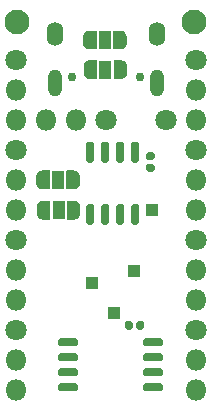
<source format=gbr>
%TF.GenerationSoftware,KiCad,Pcbnew,(5.1.6-0-10_14)*%
%TF.CreationDate,2022-02-25T19:50:12-06:00*%
%TF.ProjectId,Bonsai_C4,426f6e73-6169-45f4-9334-2e6b69636164,rev?*%
%TF.SameCoordinates,Original*%
%TF.FileFunction,Soldermask,Bot*%
%TF.FilePolarity,Negative*%
%FSLAX46Y46*%
G04 Gerber Fmt 4.6, Leading zero omitted, Abs format (unit mm)*
G04 Created by KiCad (PCBNEW (5.1.6-0-10_14)) date 2022-02-25 19:50:12*
%MOMM*%
%LPD*%
G01*
G04 APERTURE LIST*
%ADD10C,1.800000*%
%ADD11O,1.800000X1.800000*%
%ADD12C,0.100000*%
%ADD13R,1.100000X1.600000*%
%ADD14R,1.100000X1.100000*%
%ADD15O,1.200000X2.300000*%
%ADD16O,1.400000X2.000000*%
%ADD17C,0.750000*%
%ADD18C,2.100000*%
G04 APERTURE END LIST*
%TO.C,C13*%
G36*
G01*
X111172500Y-108810000D02*
X111567500Y-108810000D01*
G75*
G02*
X111740000Y-108982500I0J-172500D01*
G01*
X111740000Y-109327500D01*
G75*
G02*
X111567500Y-109500000I-172500J0D01*
G01*
X111172500Y-109500000D01*
G75*
G02*
X111000000Y-109327500I0J172500D01*
G01*
X111000000Y-108982500D01*
G75*
G02*
X111172500Y-108810000I172500J0D01*
G01*
G37*
G36*
G01*
X111172500Y-107840000D02*
X111567500Y-107840000D01*
G75*
G02*
X111740000Y-108012500I0J-172500D01*
G01*
X111740000Y-108357500D01*
G75*
G02*
X111567500Y-108530000I-172500J0D01*
G01*
X111172500Y-108530000D01*
G75*
G02*
X111000000Y-108357500I0J172500D01*
G01*
X111000000Y-108012500D01*
G75*
G02*
X111172500Y-107840000I172500J0D01*
G01*
G37*
%TD*%
D10*
%TO.C,J4*%
X100000000Y-100000000D03*
D11*
X100000000Y-102540000D03*
X100000000Y-105080000D03*
X100000000Y-112700000D03*
X100000000Y-110160000D03*
D10*
X100000000Y-107620000D03*
X100000000Y-122860000D03*
D11*
X100000000Y-117780000D03*
D10*
X100000000Y-115240000D03*
D11*
X100000000Y-125400000D03*
X100000000Y-127940000D03*
X100000000Y-120320000D03*
%TD*%
D10*
%TO.C,J5*%
X115240000Y-100000000D03*
D11*
X115240000Y-102540000D03*
X115240000Y-105080000D03*
X115240000Y-112700000D03*
X115240000Y-110160000D03*
D10*
X115240000Y-107620000D03*
X115240000Y-122860000D03*
D11*
X115240000Y-117780000D03*
D10*
X115240000Y-115240000D03*
D11*
X115240000Y-125400000D03*
X115240000Y-127940000D03*
X115240000Y-120320000D03*
%TD*%
%TO.C,J1*%
X102540000Y-105080000D03*
X105080000Y-105080000D03*
D10*
X107620000Y-105080000D03*
%TD*%
%TO.C,J2*%
X112680000Y-105120000D03*
%TD*%
D12*
%TO.C,JP4*%
G36*
X102869755Y-111950961D02*
G01*
X102879134Y-111953806D01*
X102887779Y-111958427D01*
X102895355Y-111964645D01*
X102901573Y-111972221D01*
X102906194Y-111980866D01*
X102909039Y-111990245D01*
X102910000Y-112000000D01*
X102910000Y-113500000D01*
X102909039Y-113509755D01*
X102906194Y-113519134D01*
X102901573Y-113527779D01*
X102895355Y-113535355D01*
X102887779Y-113541573D01*
X102879134Y-113546194D01*
X102869755Y-113549039D01*
X102860000Y-113550000D01*
X102310000Y-113550000D01*
X102303889Y-113549398D01*
X102285466Y-113549398D01*
X102280565Y-113549157D01*
X102231734Y-113544347D01*
X102226881Y-113543627D01*
X102178756Y-113534055D01*
X102173995Y-113532863D01*
X102127040Y-113518619D01*
X102122421Y-113516966D01*
X102077088Y-113498189D01*
X102072651Y-113496091D01*
X102029378Y-113472960D01*
X102025171Y-113470438D01*
X101984372Y-113443178D01*
X101980430Y-113440254D01*
X101942501Y-113409126D01*
X101938866Y-113405831D01*
X101904169Y-113371134D01*
X101900874Y-113367499D01*
X101869746Y-113329570D01*
X101866822Y-113325628D01*
X101839562Y-113284829D01*
X101837040Y-113280622D01*
X101813909Y-113237349D01*
X101811811Y-113232912D01*
X101793034Y-113187579D01*
X101791381Y-113182960D01*
X101777137Y-113136005D01*
X101775945Y-113131244D01*
X101766373Y-113083119D01*
X101765653Y-113078266D01*
X101760843Y-113029435D01*
X101760602Y-113024534D01*
X101760602Y-113006111D01*
X101760000Y-113000000D01*
X101760000Y-112500000D01*
X101760602Y-112493889D01*
X101760602Y-112475466D01*
X101760843Y-112470565D01*
X101765653Y-112421734D01*
X101766373Y-112416881D01*
X101775945Y-112368756D01*
X101777137Y-112363995D01*
X101791381Y-112317040D01*
X101793034Y-112312421D01*
X101811811Y-112267088D01*
X101813909Y-112262651D01*
X101837040Y-112219378D01*
X101839562Y-112215171D01*
X101866822Y-112174372D01*
X101869746Y-112170430D01*
X101900874Y-112132501D01*
X101904169Y-112128866D01*
X101938866Y-112094169D01*
X101942501Y-112090874D01*
X101980430Y-112059746D01*
X101984372Y-112056822D01*
X102025171Y-112029562D01*
X102029378Y-112027040D01*
X102072651Y-112003909D01*
X102077088Y-112001811D01*
X102122421Y-111983034D01*
X102127040Y-111981381D01*
X102173995Y-111967137D01*
X102178756Y-111965945D01*
X102226881Y-111956373D01*
X102231734Y-111955653D01*
X102280565Y-111950843D01*
X102285466Y-111950602D01*
X102303889Y-111950602D01*
X102310000Y-111950000D01*
X102860000Y-111950000D01*
X102869755Y-111950961D01*
G37*
D13*
X103610000Y-112750000D03*
D12*
G36*
X104916111Y-111950602D02*
G01*
X104934534Y-111950602D01*
X104939435Y-111950843D01*
X104988266Y-111955653D01*
X104993119Y-111956373D01*
X105041244Y-111965945D01*
X105046005Y-111967137D01*
X105092960Y-111981381D01*
X105097579Y-111983034D01*
X105142912Y-112001811D01*
X105147349Y-112003909D01*
X105190622Y-112027040D01*
X105194829Y-112029562D01*
X105235628Y-112056822D01*
X105239570Y-112059746D01*
X105277499Y-112090874D01*
X105281134Y-112094169D01*
X105315831Y-112128866D01*
X105319126Y-112132501D01*
X105350254Y-112170430D01*
X105353178Y-112174372D01*
X105380438Y-112215171D01*
X105382960Y-112219378D01*
X105406091Y-112262651D01*
X105408189Y-112267088D01*
X105426966Y-112312421D01*
X105428619Y-112317040D01*
X105442863Y-112363995D01*
X105444055Y-112368756D01*
X105453627Y-112416881D01*
X105454347Y-112421734D01*
X105459157Y-112470565D01*
X105459398Y-112475466D01*
X105459398Y-112493889D01*
X105460000Y-112500000D01*
X105460000Y-113000000D01*
X105459398Y-113006111D01*
X105459398Y-113024534D01*
X105459157Y-113029435D01*
X105454347Y-113078266D01*
X105453627Y-113083119D01*
X105444055Y-113131244D01*
X105442863Y-113136005D01*
X105428619Y-113182960D01*
X105426966Y-113187579D01*
X105408189Y-113232912D01*
X105406091Y-113237349D01*
X105382960Y-113280622D01*
X105380438Y-113284829D01*
X105353178Y-113325628D01*
X105350254Y-113329570D01*
X105319126Y-113367499D01*
X105315831Y-113371134D01*
X105281134Y-113405831D01*
X105277499Y-113409126D01*
X105239570Y-113440254D01*
X105235628Y-113443178D01*
X105194829Y-113470438D01*
X105190622Y-113472960D01*
X105147349Y-113496091D01*
X105142912Y-113498189D01*
X105097579Y-113516966D01*
X105092960Y-113518619D01*
X105046005Y-113532863D01*
X105041244Y-113534055D01*
X104993119Y-113543627D01*
X104988266Y-113544347D01*
X104939435Y-113549157D01*
X104934534Y-113549398D01*
X104916111Y-113549398D01*
X104910000Y-113550000D01*
X104360000Y-113550000D01*
X104350245Y-113549039D01*
X104340866Y-113546194D01*
X104332221Y-113541573D01*
X104324645Y-113535355D01*
X104318427Y-113527779D01*
X104313806Y-113519134D01*
X104310961Y-113509755D01*
X104310000Y-113500000D01*
X104310000Y-112000000D01*
X104310961Y-111990245D01*
X104313806Y-111980866D01*
X104318427Y-111972221D01*
X104324645Y-111964645D01*
X104332221Y-111958427D01*
X104340866Y-111953806D01*
X104350245Y-111950961D01*
X104360000Y-111950000D01*
X104910000Y-111950000D01*
X104916111Y-111950602D01*
G37*
%TD*%
%TO.C,JP3*%
G36*
X102829755Y-109380961D02*
G01*
X102839134Y-109383806D01*
X102847779Y-109388427D01*
X102855355Y-109394645D01*
X102861573Y-109402221D01*
X102866194Y-109410866D01*
X102869039Y-109420245D01*
X102870000Y-109430000D01*
X102870000Y-110930000D01*
X102869039Y-110939755D01*
X102866194Y-110949134D01*
X102861573Y-110957779D01*
X102855355Y-110965355D01*
X102847779Y-110971573D01*
X102839134Y-110976194D01*
X102829755Y-110979039D01*
X102820000Y-110980000D01*
X102270000Y-110980000D01*
X102263889Y-110979398D01*
X102245466Y-110979398D01*
X102240565Y-110979157D01*
X102191734Y-110974347D01*
X102186881Y-110973627D01*
X102138756Y-110964055D01*
X102133995Y-110962863D01*
X102087040Y-110948619D01*
X102082421Y-110946966D01*
X102037088Y-110928189D01*
X102032651Y-110926091D01*
X101989378Y-110902960D01*
X101985171Y-110900438D01*
X101944372Y-110873178D01*
X101940430Y-110870254D01*
X101902501Y-110839126D01*
X101898866Y-110835831D01*
X101864169Y-110801134D01*
X101860874Y-110797499D01*
X101829746Y-110759570D01*
X101826822Y-110755628D01*
X101799562Y-110714829D01*
X101797040Y-110710622D01*
X101773909Y-110667349D01*
X101771811Y-110662912D01*
X101753034Y-110617579D01*
X101751381Y-110612960D01*
X101737137Y-110566005D01*
X101735945Y-110561244D01*
X101726373Y-110513119D01*
X101725653Y-110508266D01*
X101720843Y-110459435D01*
X101720602Y-110454534D01*
X101720602Y-110436111D01*
X101720000Y-110430000D01*
X101720000Y-109930000D01*
X101720602Y-109923889D01*
X101720602Y-109905466D01*
X101720843Y-109900565D01*
X101725653Y-109851734D01*
X101726373Y-109846881D01*
X101735945Y-109798756D01*
X101737137Y-109793995D01*
X101751381Y-109747040D01*
X101753034Y-109742421D01*
X101771811Y-109697088D01*
X101773909Y-109692651D01*
X101797040Y-109649378D01*
X101799562Y-109645171D01*
X101826822Y-109604372D01*
X101829746Y-109600430D01*
X101860874Y-109562501D01*
X101864169Y-109558866D01*
X101898866Y-109524169D01*
X101902501Y-109520874D01*
X101940430Y-109489746D01*
X101944372Y-109486822D01*
X101985171Y-109459562D01*
X101989378Y-109457040D01*
X102032651Y-109433909D01*
X102037088Y-109431811D01*
X102082421Y-109413034D01*
X102087040Y-109411381D01*
X102133995Y-109397137D01*
X102138756Y-109395945D01*
X102186881Y-109386373D01*
X102191734Y-109385653D01*
X102240565Y-109380843D01*
X102245466Y-109380602D01*
X102263889Y-109380602D01*
X102270000Y-109380000D01*
X102820000Y-109380000D01*
X102829755Y-109380961D01*
G37*
D13*
X103570000Y-110180000D03*
D12*
G36*
X104876111Y-109380602D02*
G01*
X104894534Y-109380602D01*
X104899435Y-109380843D01*
X104948266Y-109385653D01*
X104953119Y-109386373D01*
X105001244Y-109395945D01*
X105006005Y-109397137D01*
X105052960Y-109411381D01*
X105057579Y-109413034D01*
X105102912Y-109431811D01*
X105107349Y-109433909D01*
X105150622Y-109457040D01*
X105154829Y-109459562D01*
X105195628Y-109486822D01*
X105199570Y-109489746D01*
X105237499Y-109520874D01*
X105241134Y-109524169D01*
X105275831Y-109558866D01*
X105279126Y-109562501D01*
X105310254Y-109600430D01*
X105313178Y-109604372D01*
X105340438Y-109645171D01*
X105342960Y-109649378D01*
X105366091Y-109692651D01*
X105368189Y-109697088D01*
X105386966Y-109742421D01*
X105388619Y-109747040D01*
X105402863Y-109793995D01*
X105404055Y-109798756D01*
X105413627Y-109846881D01*
X105414347Y-109851734D01*
X105419157Y-109900565D01*
X105419398Y-109905466D01*
X105419398Y-109923889D01*
X105420000Y-109930000D01*
X105420000Y-110430000D01*
X105419398Y-110436111D01*
X105419398Y-110454534D01*
X105419157Y-110459435D01*
X105414347Y-110508266D01*
X105413627Y-110513119D01*
X105404055Y-110561244D01*
X105402863Y-110566005D01*
X105388619Y-110612960D01*
X105386966Y-110617579D01*
X105368189Y-110662912D01*
X105366091Y-110667349D01*
X105342960Y-110710622D01*
X105340438Y-110714829D01*
X105313178Y-110755628D01*
X105310254Y-110759570D01*
X105279126Y-110797499D01*
X105275831Y-110801134D01*
X105241134Y-110835831D01*
X105237499Y-110839126D01*
X105199570Y-110870254D01*
X105195628Y-110873178D01*
X105154829Y-110900438D01*
X105150622Y-110902960D01*
X105107349Y-110926091D01*
X105102912Y-110928189D01*
X105057579Y-110946966D01*
X105052960Y-110948619D01*
X105006005Y-110962863D01*
X105001244Y-110964055D01*
X104953119Y-110973627D01*
X104948266Y-110974347D01*
X104899435Y-110979157D01*
X104894534Y-110979398D01*
X104876111Y-110979398D01*
X104870000Y-110980000D01*
X104320000Y-110980000D01*
X104310245Y-110979039D01*
X104300866Y-110976194D01*
X104292221Y-110971573D01*
X104284645Y-110965355D01*
X104278427Y-110957779D01*
X104273806Y-110949134D01*
X104270961Y-110939755D01*
X104270000Y-110930000D01*
X104270000Y-109430000D01*
X104270961Y-109420245D01*
X104273806Y-109410866D01*
X104278427Y-109402221D01*
X104284645Y-109394645D01*
X104292221Y-109388427D01*
X104300866Y-109383806D01*
X104310245Y-109380961D01*
X104320000Y-109380000D01*
X104870000Y-109380000D01*
X104876111Y-109380602D01*
G37*
%TD*%
D14*
%TO.C,J8*%
X111500000Y-112730000D03*
%TD*%
D15*
%TO.C,J3*%
X103320000Y-102000000D03*
D16*
X103320000Y-97800000D03*
D17*
X104730000Y-101449000D03*
X110510000Y-101449000D03*
D16*
X111920000Y-97800000D03*
D15*
X111920000Y-102000000D03*
%TD*%
D12*
%TO.C,JP1*%
G36*
X106788755Y-97543961D02*
G01*
X106798134Y-97546806D01*
X106806779Y-97551427D01*
X106814355Y-97557645D01*
X106820573Y-97565221D01*
X106825194Y-97573866D01*
X106828039Y-97583245D01*
X106829000Y-97593000D01*
X106829000Y-99093000D01*
X106828039Y-99102755D01*
X106825194Y-99112134D01*
X106820573Y-99120779D01*
X106814355Y-99128355D01*
X106806779Y-99134573D01*
X106798134Y-99139194D01*
X106788755Y-99142039D01*
X106779000Y-99143000D01*
X106229000Y-99143000D01*
X106222889Y-99142398D01*
X106204466Y-99142398D01*
X106199565Y-99142157D01*
X106150734Y-99137347D01*
X106145881Y-99136627D01*
X106097756Y-99127055D01*
X106092995Y-99125863D01*
X106046040Y-99111619D01*
X106041421Y-99109966D01*
X105996088Y-99091189D01*
X105991651Y-99089091D01*
X105948378Y-99065960D01*
X105944171Y-99063438D01*
X105903372Y-99036178D01*
X105899430Y-99033254D01*
X105861501Y-99002126D01*
X105857866Y-98998831D01*
X105823169Y-98964134D01*
X105819874Y-98960499D01*
X105788746Y-98922570D01*
X105785822Y-98918628D01*
X105758562Y-98877829D01*
X105756040Y-98873622D01*
X105732909Y-98830349D01*
X105730811Y-98825912D01*
X105712034Y-98780579D01*
X105710381Y-98775960D01*
X105696137Y-98729005D01*
X105694945Y-98724244D01*
X105685373Y-98676119D01*
X105684653Y-98671266D01*
X105679843Y-98622435D01*
X105679602Y-98617534D01*
X105679602Y-98599111D01*
X105679000Y-98593000D01*
X105679000Y-98093000D01*
X105679602Y-98086889D01*
X105679602Y-98068466D01*
X105679843Y-98063565D01*
X105684653Y-98014734D01*
X105685373Y-98009881D01*
X105694945Y-97961756D01*
X105696137Y-97956995D01*
X105710381Y-97910040D01*
X105712034Y-97905421D01*
X105730811Y-97860088D01*
X105732909Y-97855651D01*
X105756040Y-97812378D01*
X105758562Y-97808171D01*
X105785822Y-97767372D01*
X105788746Y-97763430D01*
X105819874Y-97725501D01*
X105823169Y-97721866D01*
X105857866Y-97687169D01*
X105861501Y-97683874D01*
X105899430Y-97652746D01*
X105903372Y-97649822D01*
X105944171Y-97622562D01*
X105948378Y-97620040D01*
X105991651Y-97596909D01*
X105996088Y-97594811D01*
X106041421Y-97576034D01*
X106046040Y-97574381D01*
X106092995Y-97560137D01*
X106097756Y-97558945D01*
X106145881Y-97549373D01*
X106150734Y-97548653D01*
X106199565Y-97543843D01*
X106204466Y-97543602D01*
X106222889Y-97543602D01*
X106229000Y-97543000D01*
X106779000Y-97543000D01*
X106788755Y-97543961D01*
G37*
D13*
X107529000Y-98343000D03*
D12*
G36*
X108835111Y-97543602D02*
G01*
X108853534Y-97543602D01*
X108858435Y-97543843D01*
X108907266Y-97548653D01*
X108912119Y-97549373D01*
X108960244Y-97558945D01*
X108965005Y-97560137D01*
X109011960Y-97574381D01*
X109016579Y-97576034D01*
X109061912Y-97594811D01*
X109066349Y-97596909D01*
X109109622Y-97620040D01*
X109113829Y-97622562D01*
X109154628Y-97649822D01*
X109158570Y-97652746D01*
X109196499Y-97683874D01*
X109200134Y-97687169D01*
X109234831Y-97721866D01*
X109238126Y-97725501D01*
X109269254Y-97763430D01*
X109272178Y-97767372D01*
X109299438Y-97808171D01*
X109301960Y-97812378D01*
X109325091Y-97855651D01*
X109327189Y-97860088D01*
X109345966Y-97905421D01*
X109347619Y-97910040D01*
X109361863Y-97956995D01*
X109363055Y-97961756D01*
X109372627Y-98009881D01*
X109373347Y-98014734D01*
X109378157Y-98063565D01*
X109378398Y-98068466D01*
X109378398Y-98086889D01*
X109379000Y-98093000D01*
X109379000Y-98593000D01*
X109378398Y-98599111D01*
X109378398Y-98617534D01*
X109378157Y-98622435D01*
X109373347Y-98671266D01*
X109372627Y-98676119D01*
X109363055Y-98724244D01*
X109361863Y-98729005D01*
X109347619Y-98775960D01*
X109345966Y-98780579D01*
X109327189Y-98825912D01*
X109325091Y-98830349D01*
X109301960Y-98873622D01*
X109299438Y-98877829D01*
X109272178Y-98918628D01*
X109269254Y-98922570D01*
X109238126Y-98960499D01*
X109234831Y-98964134D01*
X109200134Y-98998831D01*
X109196499Y-99002126D01*
X109158570Y-99033254D01*
X109154628Y-99036178D01*
X109113829Y-99063438D01*
X109109622Y-99065960D01*
X109066349Y-99089091D01*
X109061912Y-99091189D01*
X109016579Y-99109966D01*
X109011960Y-99111619D01*
X108965005Y-99125863D01*
X108960244Y-99127055D01*
X108912119Y-99136627D01*
X108907266Y-99137347D01*
X108858435Y-99142157D01*
X108853534Y-99142398D01*
X108835111Y-99142398D01*
X108829000Y-99143000D01*
X108279000Y-99143000D01*
X108269245Y-99142039D01*
X108259866Y-99139194D01*
X108251221Y-99134573D01*
X108243645Y-99128355D01*
X108237427Y-99120779D01*
X108232806Y-99112134D01*
X108229961Y-99102755D01*
X108229000Y-99093000D01*
X108229000Y-97593000D01*
X108229961Y-97583245D01*
X108232806Y-97573866D01*
X108237427Y-97565221D01*
X108243645Y-97557645D01*
X108251221Y-97551427D01*
X108259866Y-97546806D01*
X108269245Y-97543961D01*
X108279000Y-97543000D01*
X108829000Y-97543000D01*
X108835111Y-97543602D01*
G37*
%TD*%
%TO.C,JP2*%
G36*
X106832755Y-100053961D02*
G01*
X106842134Y-100056806D01*
X106850779Y-100061427D01*
X106858355Y-100067645D01*
X106864573Y-100075221D01*
X106869194Y-100083866D01*
X106872039Y-100093245D01*
X106873000Y-100103000D01*
X106873000Y-101603000D01*
X106872039Y-101612755D01*
X106869194Y-101622134D01*
X106864573Y-101630779D01*
X106858355Y-101638355D01*
X106850779Y-101644573D01*
X106842134Y-101649194D01*
X106832755Y-101652039D01*
X106823000Y-101653000D01*
X106273000Y-101653000D01*
X106266889Y-101652398D01*
X106248466Y-101652398D01*
X106243565Y-101652157D01*
X106194734Y-101647347D01*
X106189881Y-101646627D01*
X106141756Y-101637055D01*
X106136995Y-101635863D01*
X106090040Y-101621619D01*
X106085421Y-101619966D01*
X106040088Y-101601189D01*
X106035651Y-101599091D01*
X105992378Y-101575960D01*
X105988171Y-101573438D01*
X105947372Y-101546178D01*
X105943430Y-101543254D01*
X105905501Y-101512126D01*
X105901866Y-101508831D01*
X105867169Y-101474134D01*
X105863874Y-101470499D01*
X105832746Y-101432570D01*
X105829822Y-101428628D01*
X105802562Y-101387829D01*
X105800040Y-101383622D01*
X105776909Y-101340349D01*
X105774811Y-101335912D01*
X105756034Y-101290579D01*
X105754381Y-101285960D01*
X105740137Y-101239005D01*
X105738945Y-101234244D01*
X105729373Y-101186119D01*
X105728653Y-101181266D01*
X105723843Y-101132435D01*
X105723602Y-101127534D01*
X105723602Y-101109111D01*
X105723000Y-101103000D01*
X105723000Y-100603000D01*
X105723602Y-100596889D01*
X105723602Y-100578466D01*
X105723843Y-100573565D01*
X105728653Y-100524734D01*
X105729373Y-100519881D01*
X105738945Y-100471756D01*
X105740137Y-100466995D01*
X105754381Y-100420040D01*
X105756034Y-100415421D01*
X105774811Y-100370088D01*
X105776909Y-100365651D01*
X105800040Y-100322378D01*
X105802562Y-100318171D01*
X105829822Y-100277372D01*
X105832746Y-100273430D01*
X105863874Y-100235501D01*
X105867169Y-100231866D01*
X105901866Y-100197169D01*
X105905501Y-100193874D01*
X105943430Y-100162746D01*
X105947372Y-100159822D01*
X105988171Y-100132562D01*
X105992378Y-100130040D01*
X106035651Y-100106909D01*
X106040088Y-100104811D01*
X106085421Y-100086034D01*
X106090040Y-100084381D01*
X106136995Y-100070137D01*
X106141756Y-100068945D01*
X106189881Y-100059373D01*
X106194734Y-100058653D01*
X106243565Y-100053843D01*
X106248466Y-100053602D01*
X106266889Y-100053602D01*
X106273000Y-100053000D01*
X106823000Y-100053000D01*
X106832755Y-100053961D01*
G37*
D13*
X107573000Y-100853000D03*
D12*
G36*
X108879111Y-100053602D02*
G01*
X108897534Y-100053602D01*
X108902435Y-100053843D01*
X108951266Y-100058653D01*
X108956119Y-100059373D01*
X109004244Y-100068945D01*
X109009005Y-100070137D01*
X109055960Y-100084381D01*
X109060579Y-100086034D01*
X109105912Y-100104811D01*
X109110349Y-100106909D01*
X109153622Y-100130040D01*
X109157829Y-100132562D01*
X109198628Y-100159822D01*
X109202570Y-100162746D01*
X109240499Y-100193874D01*
X109244134Y-100197169D01*
X109278831Y-100231866D01*
X109282126Y-100235501D01*
X109313254Y-100273430D01*
X109316178Y-100277372D01*
X109343438Y-100318171D01*
X109345960Y-100322378D01*
X109369091Y-100365651D01*
X109371189Y-100370088D01*
X109389966Y-100415421D01*
X109391619Y-100420040D01*
X109405863Y-100466995D01*
X109407055Y-100471756D01*
X109416627Y-100519881D01*
X109417347Y-100524734D01*
X109422157Y-100573565D01*
X109422398Y-100578466D01*
X109422398Y-100596889D01*
X109423000Y-100603000D01*
X109423000Y-101103000D01*
X109422398Y-101109111D01*
X109422398Y-101127534D01*
X109422157Y-101132435D01*
X109417347Y-101181266D01*
X109416627Y-101186119D01*
X109407055Y-101234244D01*
X109405863Y-101239005D01*
X109391619Y-101285960D01*
X109389966Y-101290579D01*
X109371189Y-101335912D01*
X109369091Y-101340349D01*
X109345960Y-101383622D01*
X109343438Y-101387829D01*
X109316178Y-101428628D01*
X109313254Y-101432570D01*
X109282126Y-101470499D01*
X109278831Y-101474134D01*
X109244134Y-101508831D01*
X109240499Y-101512126D01*
X109202570Y-101543254D01*
X109198628Y-101546178D01*
X109157829Y-101573438D01*
X109153622Y-101575960D01*
X109110349Y-101599091D01*
X109105912Y-101601189D01*
X109060579Y-101619966D01*
X109055960Y-101621619D01*
X109009005Y-101635863D01*
X109004244Y-101637055D01*
X108956119Y-101646627D01*
X108951266Y-101647347D01*
X108902435Y-101652157D01*
X108897534Y-101652398D01*
X108879111Y-101652398D01*
X108873000Y-101653000D01*
X108323000Y-101653000D01*
X108313245Y-101652039D01*
X108303866Y-101649194D01*
X108295221Y-101644573D01*
X108287645Y-101638355D01*
X108281427Y-101630779D01*
X108276806Y-101622134D01*
X108273961Y-101612755D01*
X108273000Y-101603000D01*
X108273000Y-100103000D01*
X108273961Y-100093245D01*
X108276806Y-100083866D01*
X108281427Y-100075221D01*
X108287645Y-100067645D01*
X108295221Y-100061427D01*
X108303866Y-100056806D01*
X108313245Y-100053961D01*
X108323000Y-100053000D01*
X108873000Y-100053000D01*
X108879111Y-100053602D01*
G37*
%TD*%
%TO.C,U7*%
G36*
G01*
X106115000Y-112215000D02*
X106465000Y-112215000D01*
G75*
G02*
X106640000Y-112390000I0J-175000D01*
G01*
X106640000Y-113790000D01*
G75*
G02*
X106465000Y-113965000I-175000J0D01*
G01*
X106115000Y-113965000D01*
G75*
G02*
X105940000Y-113790000I0J175000D01*
G01*
X105940000Y-112390000D01*
G75*
G02*
X106115000Y-112215000I175000J0D01*
G01*
G37*
G36*
G01*
X107385000Y-112215000D02*
X107735000Y-112215000D01*
G75*
G02*
X107910000Y-112390000I0J-175000D01*
G01*
X107910000Y-113790000D01*
G75*
G02*
X107735000Y-113965000I-175000J0D01*
G01*
X107385000Y-113965000D01*
G75*
G02*
X107210000Y-113790000I0J175000D01*
G01*
X107210000Y-112390000D01*
G75*
G02*
X107385000Y-112215000I175000J0D01*
G01*
G37*
G36*
G01*
X108655000Y-112215000D02*
X109005000Y-112215000D01*
G75*
G02*
X109180000Y-112390000I0J-175000D01*
G01*
X109180000Y-113790000D01*
G75*
G02*
X109005000Y-113965000I-175000J0D01*
G01*
X108655000Y-113965000D01*
G75*
G02*
X108480000Y-113790000I0J175000D01*
G01*
X108480000Y-112390000D01*
G75*
G02*
X108655000Y-112215000I175000J0D01*
G01*
G37*
G36*
G01*
X109925000Y-112215000D02*
X110275000Y-112215000D01*
G75*
G02*
X110450000Y-112390000I0J-175000D01*
G01*
X110450000Y-113790000D01*
G75*
G02*
X110275000Y-113965000I-175000J0D01*
G01*
X109925000Y-113965000D01*
G75*
G02*
X109750000Y-113790000I0J175000D01*
G01*
X109750000Y-112390000D01*
G75*
G02*
X109925000Y-112215000I175000J0D01*
G01*
G37*
G36*
G01*
X109925000Y-106965000D02*
X110275000Y-106965000D01*
G75*
G02*
X110450000Y-107140000I0J-175000D01*
G01*
X110450000Y-108540000D01*
G75*
G02*
X110275000Y-108715000I-175000J0D01*
G01*
X109925000Y-108715000D01*
G75*
G02*
X109750000Y-108540000I0J175000D01*
G01*
X109750000Y-107140000D01*
G75*
G02*
X109925000Y-106965000I175000J0D01*
G01*
G37*
G36*
G01*
X108655000Y-106965000D02*
X109005000Y-106965000D01*
G75*
G02*
X109180000Y-107140000I0J-175000D01*
G01*
X109180000Y-108540000D01*
G75*
G02*
X109005000Y-108715000I-175000J0D01*
G01*
X108655000Y-108715000D01*
G75*
G02*
X108480000Y-108540000I0J175000D01*
G01*
X108480000Y-107140000D01*
G75*
G02*
X108655000Y-106965000I175000J0D01*
G01*
G37*
G36*
G01*
X107385000Y-106965000D02*
X107735000Y-106965000D01*
G75*
G02*
X107910000Y-107140000I0J-175000D01*
G01*
X107910000Y-108540000D01*
G75*
G02*
X107735000Y-108715000I-175000J0D01*
G01*
X107385000Y-108715000D01*
G75*
G02*
X107210000Y-108540000I0J175000D01*
G01*
X107210000Y-107140000D01*
G75*
G02*
X107385000Y-106965000I175000J0D01*
G01*
G37*
G36*
G01*
X106115000Y-106965000D02*
X106465000Y-106965000D01*
G75*
G02*
X106640000Y-107140000I0J-175000D01*
G01*
X106640000Y-108540000D01*
G75*
G02*
X106465000Y-108715000I-175000J0D01*
G01*
X106115000Y-108715000D01*
G75*
G02*
X105940000Y-108540000I0J175000D01*
G01*
X105940000Y-107140000D01*
G75*
G02*
X106115000Y-106965000I175000J0D01*
G01*
G37*
%TD*%
%TO.C,U6*%
G36*
G01*
X105260000Y-123750000D02*
X105260000Y-124100000D01*
G75*
G02*
X105085000Y-124275000I-175000J0D01*
G01*
X103735000Y-124275000D01*
G75*
G02*
X103560000Y-124100000I0J175000D01*
G01*
X103560000Y-123750000D01*
G75*
G02*
X103735000Y-123575000I175000J0D01*
G01*
X105085000Y-123575000D01*
G75*
G02*
X105260000Y-123750000I0J-175000D01*
G01*
G37*
G36*
G01*
X105260000Y-125020000D02*
X105260000Y-125370000D01*
G75*
G02*
X105085000Y-125545000I-175000J0D01*
G01*
X103735000Y-125545000D01*
G75*
G02*
X103560000Y-125370000I0J175000D01*
G01*
X103560000Y-125020000D01*
G75*
G02*
X103735000Y-124845000I175000J0D01*
G01*
X105085000Y-124845000D01*
G75*
G02*
X105260000Y-125020000I0J-175000D01*
G01*
G37*
G36*
G01*
X105260000Y-126290000D02*
X105260000Y-126640000D01*
G75*
G02*
X105085000Y-126815000I-175000J0D01*
G01*
X103735000Y-126815000D01*
G75*
G02*
X103560000Y-126640000I0J175000D01*
G01*
X103560000Y-126290000D01*
G75*
G02*
X103735000Y-126115000I175000J0D01*
G01*
X105085000Y-126115000D01*
G75*
G02*
X105260000Y-126290000I0J-175000D01*
G01*
G37*
G36*
G01*
X105260000Y-127560000D02*
X105260000Y-127910000D01*
G75*
G02*
X105085000Y-128085000I-175000J0D01*
G01*
X103735000Y-128085000D01*
G75*
G02*
X103560000Y-127910000I0J175000D01*
G01*
X103560000Y-127560000D01*
G75*
G02*
X103735000Y-127385000I175000J0D01*
G01*
X105085000Y-127385000D01*
G75*
G02*
X105260000Y-127560000I0J-175000D01*
G01*
G37*
G36*
G01*
X112460000Y-127560000D02*
X112460000Y-127910000D01*
G75*
G02*
X112285000Y-128085000I-175000J0D01*
G01*
X110935000Y-128085000D01*
G75*
G02*
X110760000Y-127910000I0J175000D01*
G01*
X110760000Y-127560000D01*
G75*
G02*
X110935000Y-127385000I175000J0D01*
G01*
X112285000Y-127385000D01*
G75*
G02*
X112460000Y-127560000I0J-175000D01*
G01*
G37*
G36*
G01*
X112460000Y-126290000D02*
X112460000Y-126640000D01*
G75*
G02*
X112285000Y-126815000I-175000J0D01*
G01*
X110935000Y-126815000D01*
G75*
G02*
X110760000Y-126640000I0J175000D01*
G01*
X110760000Y-126290000D01*
G75*
G02*
X110935000Y-126115000I175000J0D01*
G01*
X112285000Y-126115000D01*
G75*
G02*
X112460000Y-126290000I0J-175000D01*
G01*
G37*
G36*
G01*
X112460000Y-125020000D02*
X112460000Y-125370000D01*
G75*
G02*
X112285000Y-125545000I-175000J0D01*
G01*
X110935000Y-125545000D01*
G75*
G02*
X110760000Y-125370000I0J175000D01*
G01*
X110760000Y-125020000D01*
G75*
G02*
X110935000Y-124845000I175000J0D01*
G01*
X112285000Y-124845000D01*
G75*
G02*
X112460000Y-125020000I0J-175000D01*
G01*
G37*
G36*
G01*
X112460000Y-123750000D02*
X112460000Y-124100000D01*
G75*
G02*
X112285000Y-124275000I-175000J0D01*
G01*
X110935000Y-124275000D01*
G75*
G02*
X110760000Y-124100000I0J175000D01*
G01*
X110760000Y-123750000D01*
G75*
G02*
X110935000Y-123575000I175000J0D01*
G01*
X112285000Y-123575000D01*
G75*
G02*
X112460000Y-123750000I0J-175000D01*
G01*
G37*
%TD*%
%TO.C,C5*%
G36*
G01*
X109900000Y-122292500D02*
X109900000Y-122687500D01*
G75*
G02*
X109727500Y-122860000I-172500J0D01*
G01*
X109382500Y-122860000D01*
G75*
G02*
X109210000Y-122687500I0J172500D01*
G01*
X109210000Y-122292500D01*
G75*
G02*
X109382500Y-122120000I172500J0D01*
G01*
X109727500Y-122120000D01*
G75*
G02*
X109900000Y-122292500I0J-172500D01*
G01*
G37*
G36*
G01*
X110870000Y-122292500D02*
X110870000Y-122687500D01*
G75*
G02*
X110697500Y-122860000I-172500J0D01*
G01*
X110352500Y-122860000D01*
G75*
G02*
X110180000Y-122687500I0J172500D01*
G01*
X110180000Y-122292500D01*
G75*
G02*
X110352500Y-122120000I172500J0D01*
G01*
X110697500Y-122120000D01*
G75*
G02*
X110870000Y-122292500I0J-172500D01*
G01*
G37*
%TD*%
D14*
%TO.C,J15*%
X106410000Y-118922000D03*
%TD*%
%TO.C,J16*%
X108281000Y-121436000D03*
%TD*%
%TO.C,J14*%
X109995000Y-117938000D03*
%TD*%
D18*
%TO.C,MH2*%
X115110000Y-96780000D03*
%TD*%
%TO.C,MH1*%
X100130000Y-96780000D03*
%TD*%
M02*

</source>
